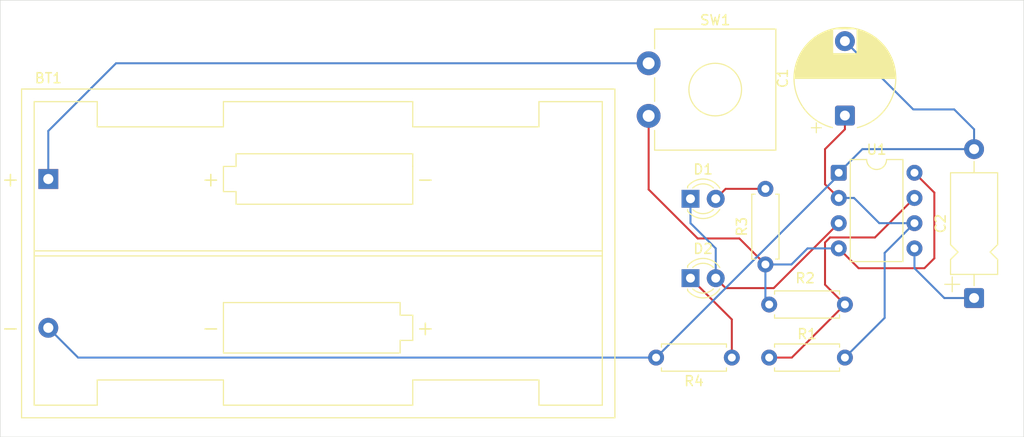
<source format=kicad_pcb>
(kicad_pcb (version 20241229) (generator "pcbnew") (generator_version "9.0")
  (layers (0 "F.Cu" signal) (2 "B.Cu" signal) (13 "F.Paste" user) (15 "B.Paste" user) (5 "F.SilkS" user "F.Silkscreen") (7 "B.SilkS" user "B.Silkscreen") (1 "F.Mask" user) (3 "B.Mask" user) (25 "Edge.Cuts" user))
  (net 0 "")
  (net 1 "GND")
  (net 2 "+9V")
  (net 3 "Net-(U1-THR)")
  (net 4 "Net-(U1-CV)")
  (net 5 "Net-(D1-K)")
  (net 6 "Net-(D1-A)")
  (net 7 "Net-(D2-K)")
  (net 8 "Net-(U1-DIS)")
  (net 9 "Net-(SW1-B)")
  (footprint "Capacitor_THT:CP_Axial_L10.0mm_D4.5mm_P15.00mm_Horizontal" (layer "F.Cu") (at 138 82 90)
    (property "Reference" "C2" (at 7.5 -3.37 90) (layer "F.SilkS"))
    (property "Value" "0.001uF")
    (fp_line (start 1.38 -2.95) (end 1.38 -1.45) (stroke (width 0.12)) (layer "F.SilkS"))
    (fp_line (start 12.62 -2.37) (end 12.62 2.37) (stroke (width 0.12)) (layer "F.SilkS"))
    (fp_line (start 5.38 -2.37) (end 12.62 -2.37) (stroke (width 0.12)) (layer "F.SilkS"))
    (fp_line (start 3.88 -2.37) (end 4.63 -1.62) (stroke (width 0.12)) (layer "F.SilkS"))
    (fp_line (start 2.38 -2.37) (end 3.88 -2.37) (stroke (width 0.12)) (layer "F.SilkS"))
    (fp_line (start 2.38 -2.37) (end 2.38 2.37) (stroke (width 0.12)) (layer "F.SilkS"))
    (fp_line (start 0.63 -2.2) (end 2.13 -2.2) (stroke (width 0.12)) (layer "F.SilkS"))
    (fp_line (start 4.63 -1.62) (end 5.38 -2.37) (stroke (width 0.12)) (layer "F.SilkS"))
    (fp_line (start 13.76 0) (end 12.62 0) (stroke (width 0.12)) (layer "F.SilkS"))
    (fp_line (start 1.24 0) (end 2.38 0) (stroke (width 0.12)) (layer "F.SilkS"))
    (fp_line (start 4.63 1.62) (end 5.38 2.37) (stroke (width 0.12)) (layer "F.SilkS"))
    (fp_line (start 5.38 2.37) (end 12.62 2.37) (stroke (width 0.12)) (layer "F.SilkS"))
    (fp_line (start 3.88 2.37) (end 4.63 1.62) (stroke (width 0.12)) (layer "F.SilkS"))
    (fp_line (start 2.38 2.37) (end 3.88 2.37) (stroke (width 0.12)) (layer "F.SilkS"))
    (pad "1" thru_hole roundrect (at 0 0 90) (size 2 2) (drill 1) (layers "*.Cu" "*.Mask") (roundrect_rratio 0.125) (net 4 "Net-(U1-CV)"))
    (pad "2" thru_hole circle (at 15 0 90) (size 2 2) (drill 1) (layers "*.Cu" "*.Mask") (net 1 "GND"))
  )
  (footprint "Button_Switch_THT:SW_CW_GPTS203211B" (layer "F.Cu") (at 105.25 58.35)
    (property "Reference" "SW1" (at 6.7 -4.35 0) (layer "F.SilkS"))
    (property "Value" "Push Button Switch" (hide yes))
    (fp_line (start 0.6 -3.45) (end 12.8 -3.45) (stroke (width 0.12)) (layer "F.SilkS"))
    (fp_line (start 0.6 -1.46) (end 0.6 -3.45) (stroke (width 0.12)) (layer "F.SilkS"))
    (fp_line (start 0.6 1.46) (end 0.6 3.84) (stroke (width 0.12)) (layer "F.SilkS"))
    (fp_line (start 0.6 8.75) (end 0.6 6.76) (stroke (width 0.12)) (layer "F.SilkS"))
    (fp_line (start 12.8 -3.45) (end 12.8 8.75) (stroke (width 0.12)) (layer "F.SilkS"))
    (fp_line (start 12.8 8.75) (end 0.6 8.75) (stroke (width 0.12)) (layer "F.SilkS"))
    (fp_circle (center 6.7 2.65) (end 9.35 2.65) (stroke (width 0.12)) (fill no) (layer "F.SilkS"))
    (pad "1" thru_hole circle (at 0 0) (size 2.4 2.4) (drill 1.2) (layers "*.Cu" "*.Mask") (net 2 "+9V"))
    (pad "2" thru_hole circle (at 0 5.3) (size 2.4 2.4) (drill 1.2) (layers "*.Cu" "*.Mask") (net 9 "Net-(SW1-B)"))
  )
  (footprint "Package_DIP:DIP-8_W7.62mm" (layer "F.Cu") (at 124.38 69.38)
    (property "Reference" "U1" (at 3.81 -2.33 0) (layer "F.SilkS"))
    (property "Value" "NE555P")
    (fp_line (start 1.16 -1.33) (end 1.16 8.95) (stroke (width 0.12)) (layer "F.SilkS"))
    (fp_line (start 1.16 8.95) (end 6.46 8.95) (stroke (width 0.12)) (layer "F.SilkS"))
    (fp_line (start 2.81 -1.33) (end 1.16 -1.33) (stroke (width 0.12)) (layer "F.SilkS"))
    (fp_line (start 6.46 -1.33) (end 4.81 -1.33) (stroke (width 0.12)) (layer "F.SilkS"))
    (fp_line (start 6.46 8.95) (end 6.46 -1.33) (stroke (width 0.12)) (layer "F.SilkS"))
    (fp_arc (start 4.81 -1.33) (mid 3.81 -0.33) (end 2.81 -1.33) (stroke (width 0.12)) (layer "F.SilkS"))
    (pad "1" thru_hole roundrect (at 0 0) (size 1.6 1.6) (drill 0.8) (layers "*.Cu" "*.Mask") (roundrect_rratio 0.15625) (net 1 "GND"))
    (pad "2" thru_hole circle (at 0 2.54) (size 1.6 1.6) (drill 0.8) (layers "*.Cu" "*.Mask") (net 3 "Net-(U1-THR)"))
    (pad "3" thru_hole circle (at 0 5.08) (size 1.6 1.6) (drill 0.8) (layers "*.Cu" "*.Mask") (net 5 "Net-(D1-K)"))
    (pad "4" thru_hole circle (at 0 7.62) (size 1.6 1.6) (drill 0.8) (layers "*.Cu" "*.Mask") (net 9 "Net-(SW1-B)"))
    (pad "5" thru_hole circle (at 7.62 7.62) (size 1.6 1.6) (drill 0.8) (layers "*.Cu" "*.Mask") (net 4 "Net-(U1-CV)"))
    (pad "6" thru_hole circle (at 7.62 5.08) (size 1.6 1.6) (drill 0.8) (layers "*.Cu" "*.Mask") (net 3 "Net-(U1-THR)"))
    (pad "7" thru_hole circle (at 7.62 2.54) (size 1.6 1.6) (drill 0.8) (layers "*.Cu" "*.Mask") (net 8 "Net-(U1-DIS)"))
    (pad "8" thru_hole circle (at 7.62 0) (size 1.6 1.6) (drill 0.8) (layers "*.Cu" "*.Mask") (net 9 "Net-(SW1-B)"))
  )
  (footprint "LED_THT:LED_D3.0mm" (layer "F.Cu") (at 109.46 80)
    (property "Reference" "D2" (at 1.27 -2.96 0) (layer "F.SilkS"))
    (property "Value" "LED")
    (fp_line (start -0.29 -1.236) (end -0.29 -1.08) (stroke (width 0.12)) (layer "F.SilkS"))
    (fp_line (start -0.29 1.08) (end -0.29 1.236) (stroke (width 0.12)) (layer "F.SilkS"))
    (fp_arc (start -0.29 -1.235516) (mid 1.36566 -1.987699) (end 2.941437 -1.08) (stroke (width 0.12)) (layer "F.SilkS"))
    (fp_arc (start 0.229039 -1.08) (mid 1.27 -1.5) (end 2.310961 -1.08) (stroke (width 0.12)) (layer "F.SilkS"))
    (fp_arc (start 2.310961 1.08) (mid 1.27 1.5) (end 0.229039 1.08) (stroke (width 0.12)) (layer "F.SilkS"))
    (fp_arc (start 2.941437 1.08) (mid 1.36566 1.987699) (end -0.29 1.235516) (stroke (width 0.12)) (layer "F.SilkS"))
    (pad "1" thru_hole rect (at 0 0) (size 1.8 1.8) (drill 0.9) (layers "*.Cu" "*.Mask") (net 7 "Net-(D2-K)"))
    (pad "2" thru_hole circle (at 2.54 0) (size 1.8 1.8) (drill 0.9) (layers "*.Cu" "*.Mask") (net 5 "Net-(D1-K)"))
  )
  (footprint "Capacitor_THT:CP_Radial_D10.0mm_P7.50mm" (layer "F.Cu") (at 125 63.617677 90)
    (property "Reference" "C1" (at 3.75 -6.25 90) (layer "F.SilkS"))
    (property "Value" "10uF")
    (fp_line (start 3.79 -5.08) (end 3.79 5.08) (stroke (width 0.12)) (layer "F.SilkS"))
    (fp_line (start 3.75 -5.08) (end 3.75 5.08) (stroke (width 0.12)) (layer "F.SilkS"))
    (fp_line (start 3.87 -5.079) (end 3.87 5.079) (stroke (width 0.12)) (layer "F.SilkS"))
    (fp_line (start 3.83 -5.079) (end 3.83 5.079) (stroke (width 0.12)) (layer "F.SilkS"))
    (fp_line (start 3.91 -5.077) (end 3.91 5.077) (stroke (width 0.12)) (layer "F.SilkS"))
    (fp_line (start 3.95 -5.076) (end 3.95 5.076) (stroke (width 0.12)) (layer "F.SilkS"))
    (fp_line (start 3.99 -5.074) (end 3.99 5.074) (stroke (width 0.12)) (layer "F.SilkS"))
    (fp_line (start 4.03 -5.072) (end 4.03 5.072) (stroke (width 0.12)) (layer "F.SilkS"))
    (fp_line (start 4.07 -5.07) (end 4.07 5.07) (stroke (width 0.12)) (layer "F.SilkS"))
    (fp_line (start 4.11 -5.067) (end 4.11 5.067) (stroke (width 0.12)) (layer "F.SilkS"))
    (fp_line (start 4.15 -5.064) (end 4.15 5.064) (stroke (width 0.12)) (layer "F.SilkS"))
    (fp_line (start 4.19 -5.061) (end 4.19 5.061) (stroke (width 0.12)) (layer "F.SilkS"))
    (fp_line (start 4.23 -5.057) (end 4.23 5.057) (stroke (width 0.12)) (layer "F.SilkS"))
    (fp_line (start 4.27 -5.054) (end 4.27 5.054) (stroke (width 0.12)) (layer "F.SilkS"))
    (fp_line (start 4.31 -5.049) (end 4.31 5.049) (stroke (width 0.12)) (layer "F.SilkS"))
    (fp_line (start 4.35 -5.045) (end 4.35 5.045) (stroke (width 0.12)) (layer "F.SilkS"))
    (fp_line (start 4.39 -5.04) (end 4.39 5.04) (stroke (width 0.12)) (layer "F.SilkS"))
    (fp_line (start 4.43 -5.035) (end 4.43 5.035) (stroke (width 0.12)) (layer "F.SilkS"))
    (fp_line (start 4.47 -5.029) (end 4.47 5.029) (stroke (width 0.12)) (layer "F.SilkS"))
    (fp_line (start 4.51 -5.023) (end 4.51 5.023) (stroke (width 0.12)) (layer "F.SilkS"))
    (fp_line (start 4.55 -5.017) (end 4.55 5.017) (stroke (width 0.12)) (layer "F.SilkS"))
    (fp_line (start 4.59 -5.011) (end 4.59 5.011) (stroke (width 0.12)) (layer "F.SilkS"))
    (fp_line (start 4.63 -5.004) (end 4.63 5.004) (stroke (width 0.12)) (layer "F.SilkS"))
    (fp_line (start 4.67 -4.997) (end 4.67 4.997) (stroke (width 0.12)) (layer "F.SilkS"))
    (fp_line (start 4.71 -4.989) (end 4.71 4.989) (stroke (width 0.12)) (layer "F.SilkS"))
    (fp_line (start 4.75 -4.981) (end 4.75 4.981) (stroke (width 0.12)) (layer "F.SilkS"))
    (fp_line (start 4.79 -4.973) (end 4.79 4.973) (stroke (width 0.12)) (layer "F.SilkS"))
    (fp_line (start 4.83 -4.965) (end 4.83 4.965) (stroke (width 0.12)) (layer "F.SilkS"))
    (fp_line (start 4.87 -4.956) (end 4.87 4.956) (stroke (width 0.12)) (layer "F.SilkS"))
    (fp_line (start 4.91 -4.947) (end 4.91 4.947) (stroke (width 0.12)) (layer "F.SilkS"))
    (fp_line (start 4.95 -4.937) (end 4.95 4.937) (stroke (width 0.12)) (layer "F.SilkS"))
    (fp_line (start 4.99 -4.928) (end 4.99 4.928) (stroke (width 0.12)) (layer "F.SilkS"))
    (fp_line (start 5.03 -4.917) (end 5.03 4.917) (stroke (width 0.12)) (layer "F.SilkS"))
    (fp_line (start 5.07 -4.907) (end 5.07 4.907) (stroke (width 0.12)) (layer "F.SilkS"))
    (fp_line (start 5.11 -4.896) (end 5.11 4.896) (stroke (width 0.12)) (layer "F.SilkS"))
    (fp_line (start 5.15 -4.885) (end 5.15 4.885) (stroke (width 0.12)) (layer "F.SilkS"))
    (fp_line (start 5.19 -4.873) (end 5.19 4.873) (stroke (width 0.12)) (layer "F.SilkS"))
    (fp_line (start 5.23 -4.861) (end 5.23 4.861) (stroke (width 0.12)) (layer "F.SilkS"))
    (fp_line (start 5.27 -4.849) (end 5.27 4.849) (stroke (width 0.12)) (layer "F.SilkS"))
    (fp_line (start 5.31 -4.837) (end 5.31 4.837) (stroke (width 0.12)) (layer "F.SilkS"))
    (fp_line (start 5.35 -4.824) (end 5.35 4.824) (stroke (width 0.12)) (layer "F.SilkS"))
    (fp_line (start 5.39 -4.81) (end 5.39 4.81) (stroke (width 0.12)) (layer "F.SilkS"))
    (fp_line (start 5.43 -4.797) (end 5.43 4.797) (stroke (width 0.12)) (layer "F.SilkS"))
    (fp_line (start 5.47 -4.782) (end 5.47 4.782) (stroke (width 0.12)) (layer "F.SilkS"))
    (fp_line (start 5.51 -4.768) (end 5.51 4.768) (stroke (width 0.12)) (layer "F.SilkS"))
    (fp_line (start 5.55 -4.753) (end 5.55 4.753) (stroke (width 0.12)) (layer "F.SilkS"))
    (fp_line (start 5.59 -4.738) (end 5.59 4.738) (stroke (width 0.12)) (layer "F.SilkS"))
    (fp_line (start 5.63 -4.722) (end 5.63 4.722) (stroke (width 0.12)) (layer "F.SilkS"))
    (fp_line (start 5.67 -4.706) (end 5.67 4.706) (stroke (width 0.12)) (layer "F.SilkS"))
    (fp_line (start 5.71 -4.69) (end 5.71 4.69) (stroke (width 0.12)) (layer "F.SilkS"))
    (fp_line (start 5.75 -4.673) (end 5.75 4.673) (stroke (width 0.12)) (layer "F.SilkS"))
    (fp_line (start 5.79 -4.656) (end 5.79 4.656) (stroke (width 0.12)) (layer "F.SilkS"))
    (fp_line (start 5.83 -4.638) (end 5.83 4.638) (stroke (width 0.12)) (layer "F.SilkS"))
    (fp_line (start 5.87 -4.62) (end 5.87 4.62) (stroke (width 0.12)) (layer "F.SilkS"))
    (fp_line (start 5.91 -4.602) (end 5.91 4.602) (stroke (width 0.12)) (layer "F.SilkS"))
    (fp_line (start 5.95 -4.583) (end 5.95 4.583) (stroke (width 0.12)) (layer "F.SilkS"))
    (fp_line (start 5.99 -4.564) (end 5.99 4.564) (stroke (width 0.12)) (layer "F.SilkS"))
    (fp_line (start 6.03 -4.544) (end 6.03 4.544) (stroke (width 0.12)) (layer "F.SilkS"))
    (fp_line (start 6.07 -4.524) (end 6.07 4.524) (stroke (width 0.12)) (layer "F.SilkS"))
    (fp_line (start 6.11 -4.504) (end 6.11 4.504) (stroke (width 0.12)) (layer "F.SilkS"))
    (fp_line (start 6.15 -4.483) (end 6.15 4.483) (stroke (width 0.12)) (layer "F.SilkS"))
    (fp_line (start 6.19 -4.461) (end 6.19 4.461) (stroke (width 0.12)) (layer "F.SilkS"))
    (fp_line (start 6.23 -4.439) (end 6.23 4.439) (stroke (width 0.12)) (layer "F.SilkS"))
    (fp_line (start 6.27 -4.417) (end 6.27 -1.24) (stroke (width 0.12)) (layer "F.SilkS"))
    (fp_line (start 6.31 -4.394) (end 6.31 -1.24) (stroke (width 0.12)) (layer "F.SilkS"))
    (fp_line (start 6.35 -4.371) (end 6.35 -1.24) (stroke (width 0.12)) (layer "F.SilkS"))
    (fp_line (start 6.39 -4.347) (end 6.39 -1.24) (stroke (width 0.12)) (layer "F.SilkS"))
    (fp_line (start 6.43 -4.323) (end 6.43 -1.24) (stroke (width 0.12)) (layer "F.SilkS"))
    (fp_line (start 6.47 -4.298) (end 6.47 -1.24) (stroke (width 0.12)) (layer "F.SilkS"))
    (fp_line (start 6.51 -4.272) (end 6.51 -1.24) (stroke (width 0.12)) (layer "F.SilkS"))
    (fp_line (start 6.55 -4.247) (end 6.55 -1.24) (stroke (width 0.12)) (layer "F.SilkS"))
    (fp_line (start 6.59 -4.22) (end 6.59 -1.24) (stroke (width 0.12)) (layer "F.SilkS"))
    (fp_line (start 6.63 -4.193) (end 6.63 -1.24) (stroke (width 0.12)) (layer "F.SilkS"))
    (fp_line (start 6.67 -4.166) (end 6.67 -1.24) (stroke (width 0.12)) (layer "F.SilkS"))
    (fp_line (start 6.71 -4.138) (end 6.71 -1.24) (stroke (width 0.12)) (layer "F.SilkS"))
    (fp_line (start 6.75 -4.109) (end 6.75 -1.24) (stroke (width 0.12)) (layer "F.SilkS"))
    (fp_line (start 6.79 -4.08) (end 6.79 -1.24) (stroke (width 0.12)) (layer "F.SilkS"))
    (fp_line (start 6.83 -4.05) (end 6.83 -1.24) (stroke (width 0.12)) (layer "F.SilkS"))
    (fp_line (start 6.87 -4.02) (end 6.87 -1.24) (stroke (width 0.12)) (layer "F.SilkS"))
    (fp_line (start 6.91 -3.988) (end 6.91 -1.24) (stroke (width 0.12)) (layer "F.SilkS"))
    (fp_line (start 6.95 -3.957) (end 6.95 -1.24) (stroke (width 0.12)) (layer "F.SilkS"))
    (fp_line (start 6.99 -3.924) (end 6.99 -1.24) (stroke (width 0.12)) (layer "F.SilkS"))
    (fp_line (start 7.03 -3.891) (end 7.03 -1.24) (stroke (width 0.12)) (layer "F.SilkS"))
    (fp_line (start 7.07 -3.858) (end 7.07 -1.24) (stroke (width 0.12)) (layer "F.SilkS"))
    (fp_line (start 7.11 -3.823) (end 7.11 -1.24) (stroke (width 0.12)) (layer "F.SilkS"))
    (fp_line (start 7.15 -3.788) (end 7.15 -1.24) (stroke (width 0.12)) (layer "F.SilkS"))
    (fp_line (start 7.19 -3.752) (end 7.19 -1.24) (stroke (width 0.12)) (layer "F.SilkS"))
    (fp_line (start 7.23 -3.716) (end 7.23 -1.24) (stroke (width 0.12)) (layer "F.SilkS"))
    (fp_line (start 7.27 -3.678) (end 7.27 -1.24) (stroke (width 0.12)) (layer "F.SilkS"))
    (fp_line (start 7.31 -3.64) (end 7.31 -1.24) (stroke (width 0.12)) (layer "F.SilkS"))
    (fp_line (start 7.35 -3.601) (end 7.35 -1.24) (stroke (width 0.12)) (layer "F.SilkS"))
    (fp_line (start 7.39 -3.561) (end 7.39 -1.24) (stroke (width 0.12)) (layer "F.SilkS"))
    (fp_line (start 7.43 -3.52) (end 7.43 -1.24) (stroke (width 0.12)) (layer "F.SilkS"))
    (fp_line (start 7.47 -3.478) (end 7.47 -1.24) (stroke (width 0.12)) (layer "F.SilkS"))
    (fp_line (start 7.51 -3.435) (end 7.51 -1.24) (stroke (width 0.12)) (layer "F.SilkS"))
    (fp_line (start 7.55 -3.391) (end 7.55 -1.24) (stroke (width 0.12)) (layer "F.SilkS"))
    (fp_line (start -1.229646 -3.375) (end -1.229646 -2.375) (stroke (width 0.12)) (layer "F.SilkS"))
    (fp_line (start 7.59 -3.347) (end 7.59 -1.24) (stroke (width 0.12)) (layer "F.SilkS"))
    (fp_line (start 7.63 -3.301) (end 7.63 -1.24) (stroke (width 0.12)) (layer "F.SilkS"))
    (fp_line (start 7.67 -3.254) (end 7.67 -1.24) (stroke (width 0.12)) (layer "F.SilkS"))
    (fp_line (start 7.71 -3.205) (end 7.71 -1.24) (stroke (width 0.12)) (layer "F.SilkS"))
    (fp_line (start 7.75 -3.156) (end 7.75 -1.24) (stroke (width 0.12)) (layer "F.SilkS"))
    (fp_line (start 7.79 -3.105) (end 7.79 -1.24) (stroke (width 0.12)) (layer "F.SilkS"))
    (fp_line (start 7.83 -3.053) (end 7.83 -1.24) (stroke (width 0.12)) (layer "F.SilkS"))
    (fp_line (start 7.87 -3) (end 7.87 -1.24) (stroke (width 0.12)) (layer "F.SilkS"))
    (fp_line (start 7.91 -2.945) (end 7.91 -1.24) (stroke (width 0.12)) (layer "F.SilkS"))
    (fp_line (start 7.95 -2.888) (end 7.95 -1.24) (stroke (width 0.12)) (layer "F.SilkS"))
    (fp_line (start -1.729646 -2.875) (end -0.729646 -2.875) (stroke (width 0.12)) (layer "F.SilkS"))
    (fp_line (start 7.99 -2.83) (end 7.99 -1.24) (stroke (width 0.12)) (layer "F.SilkS"))
    (fp_line (start 8.03 -2.77) (end 8.03 -1.24) (stroke (width 0.12)) (layer "F.SilkS"))
    (fp_line (start 8.07 -2.708) (end 8.07 -1.24) (stroke (width 0.12)) (layer "F.SilkS"))
    (fp_line (start 8.11 -2.644) (end 8.11 -1.24) (stroke (width 0.12)) (layer "F.SilkS"))
    (fp_line (start 8.15 -2.578) (end 8.15 -1.24) (stroke (width 0.12)) (layer "F.SilkS"))
    (fp_line (start 8.19 -2.51) (end 8.19 -1.24) (stroke (width 0.12)) (layer "F.SilkS"))
    (fp_line (start 8.23 -2.439) (end 8.23 -1.24) (stroke (width 0.12)) (layer "F.SilkS"))
    (fp_line (start 8.27 -2.365) (end 8.27 -1.24) (stroke (width 0.12)) (layer "F.SilkS"))
    (fp_line (start 8.31 -2.288) (end 8.31 -1.24) (stroke (width 0.12)) (layer "F.SilkS"))
    (fp_line (start 8.35 -2.208) (end 8.35 -1.24) (stroke (width 0.12)) (layer "F.SilkS"))
    (fp_line (start 8.39 -2.124) (end 8.39 -1.24) (stroke (width 0.12)) (layer "F.SilkS"))
    (fp_line (start 8.43 -2.037) (end 8.43 -1.24) (stroke (width 0.12)) (layer "F.SilkS"))
    (fp_line (start 8.47 -1.944) (end 8.47 -1.24) (stroke (width 0.12)) (layer "F.SilkS"))
    (fp_line (start 8.51 -1.846) (end 8.51 -1.24) (stroke (width 0.12)) (layer "F.SilkS"))
    (fp_line (start 8.55 -1.742) (end 8.55 -1.24) (stroke (width 0.12)) (layer "F.SilkS"))
    (fp_line (start 8.59 -1.63) (end 8.59 -1.24) (stroke (width 0.12)) (layer "F.SilkS"))
    (fp_line (start 8.63 -1.509) (end 8.63 -1.24) (stroke (width 0.12)) (layer "F.SilkS"))
    (fp_line (start 8.67 -1.377) (end 8.67 -1.24) (stroke (width 0.12)) (layer "F.SilkS"))
    (fp_line (start 8.75 -1.062) (end 8.75 1.062) (stroke (width 0.12)) (layer "F.SilkS"))
    (fp_line (start 8.79 -0.862) (end 8.79 0.862) (stroke (width 0.12)) (layer "F.SilkS"))
    (fp_line (start 8.83 -0.599) (end 8.83 0.599) (stroke (width 0.12)) (layer "F.SilkS"))
    (fp_line (start 8.67 1.24) (end 8.67 1.377) (stroke (width 0.12)) (layer "F.SilkS"))
    (fp_line (start 8.63 1.24) (end 8.63 1.509) (stroke (width 0.12)) (layer "F.SilkS"))
    (fp_line (start 8.59 1.24) (end 8.59 1.63) (stroke (width 0.12)) (layer "F.SilkS"))
    (fp_line (start 8.55 1.24) (end 8.55 1.742) (stroke (width 0.12)) (layer "F.SilkS"))
    (fp_line (start 8.51 1.24) (end 8.51 1.846) (stroke (width 0.12)) (layer "F.SilkS"))
    (fp_line (start 8.47 1.24) (end 8.47 1.944) (stroke (width 0.12)) (layer "F.SilkS"))
    (fp_line (start 8.43 1.24) (end 8.43 2.037) (stroke (width 0.12)) (layer "F.SilkS"))
    (fp_line (start 8.39 1.24) (end 8.39 2.124) (stroke (width 0.12)) (layer "F.SilkS"))
    (fp_line (start 8.35 1.24) (end 8.35 2.208) (stroke (width 0.12)) (layer "F.SilkS"))
    (fp_line (start 8.31 1.24) (end 8.31 2.288) (stroke (width 0.12)) (layer "F.SilkS"))
    (fp_line (start 8.27 1.24) (end 8.27 2.365) (stroke (width 0.12)) (layer "F.SilkS"))
    (fp_line (start 8.23 1.24) (end 8.23 2.439) (stroke (width 0.12)) (layer "F.SilkS"))
    (fp_line (start 8.19 1.24) (end 8.19 2.51) (stroke (width 0.12)) (layer "F.SilkS"))
    (fp_line (start 8.15 1.24) (end 8.15 2.578) (stroke (width 0.12)) (layer "F.SilkS"))
    (fp_line (start 8.11 1.24) (end 8.11 2.644) (stroke (width 0.12)) (layer "F.SilkS"))
    (fp_line (start 8.07 1.24) (end 8.07 2.708) (stroke (width 0.12)) (layer "F.SilkS"))
    (fp_line (start 8.03 1.24) (end 8.03 2.77) (stroke (width 0.12)) (layer "F.SilkS"))
    (fp_line (start 7.99 1.24) (end 7.99 2.83) (stroke (width 0.12)) (layer "F.SilkS"))
    (fp_line (start 7.95 1.24) (end 7.95 2.888) (stroke (width 0.12)) (layer "F.SilkS"))
    (fp_line (start 7.91 1.24) (end 7.91 2.945) (stroke (width 0.12)) (layer "F.SilkS"))
    (fp_line (start 7.87 1.24) (end 7.87 3) (stroke (width 0.12)) (layer "F.SilkS"))
    (fp_line (start 7.83 1.24) (end 7.83 3.053) (stroke (width 0.12)) (layer "F.SilkS"))
    (fp_line (start 7.79 1.24) (end 7.79 3.105) (stroke (width 0.12)) (layer "F.SilkS"))
    (fp_line (start 7.75 1.24) (end 7.75 3.156) (stroke (width 0.12)) (layer "F.SilkS"))
    (fp_line (start 7.71 1.24) (end 7.71 3.205) (stroke (width 0.12)) (layer "F.SilkS"))
    (fp_line (start 7.67 1.24) (end 7.67 3.254) (stroke (width 0.12)) (layer "F.SilkS"))
    (fp_line (start 7.63 1.24) (end 7.63 3.301) (stroke (width 0.12)) (layer "F.SilkS"))
    (fp_line (start 7.59 1.24) (end 7.59 3.347) (stroke (width 0.12)) (layer "F.SilkS"))
    (fp_line (start 7.55 1.24) (end 7.55 3.391) (stroke (width 0.12)) (layer "F.SilkS"))
    (fp_line (start 7.51 1.24) (end 7.51 3.435) (stroke (width 0.12)) (layer "F.SilkS"))
    (fp_line (start 7.47 1.24) (end 7.47 3.478) (stroke (width 0.12)) (layer "F.SilkS"))
    (fp_line (start 7.43 1.24) (end 7.43 3.52) (stroke (width 0.12)) (layer "F.SilkS"))
    (fp_line (start 7.39 1.24) (end 7.39 3.561) (stroke (width 0.12)) (layer "F.SilkS"))
    (fp_line (start 7.35 1.24) (end 7.35 3.601) (stroke (width 0.12)) (layer "F.SilkS"))
    (fp_line (start 7.31 1.24) (end 7.31 3.64) (stroke (width 0.12)) (layer "F.SilkS"))
    (fp_line (start 7.27 1.24) (end 7.27 3.678) (stroke (width 0.12)) (layer "F.SilkS"))
    (fp_line (start 7.23 1.24) (end 7.23 3.716) (stroke (width 0.12)) (layer "F.SilkS"))
    (fp_line (start 7.19 1.24) (end 7.19 3.752) (stroke (width 0.12)) (layer "F.SilkS"))
    (fp_line (start 7.15 1.24) (end 7.15 3.788) (stroke (width 0.12)) (layer "F.SilkS"))
    (fp_line (start 7.11 1.24) (end 7.11 3.823) (stroke (width 0.12)) (layer "F.SilkS"))
    (fp_line (start 7.07 1.24) (end 7.07 3.858) (stroke (width 0.12)) (layer "F.SilkS"))
    (fp_line (start 7.03 1.24) (end 7.03 3.891) (stroke (width 0.12)) (layer "F.SilkS"))
    (fp_line (start 6.99 1.24) (end 6.99 3.924) (stroke (width 0.12)) (layer "F.SilkS"))
    (fp_line (start 6.95 1.24) (end 6.95 3.957) (stroke (width 0.12)) (layer "F.SilkS"))
    (fp_line (start 6.91 1.24) (end 6.91 3.988) (stroke (width 0.12)) (layer "F.SilkS"))
    (fp_line (start 6.87 1.24) (end 6.87 4.02) (stroke (width 0.12)) (layer "F.SilkS"))
    (fp_line (start 6.83 1.24) (end 6.83 4.05) (stroke (width 0.12)) (layer "F.SilkS"))
    (fp_line (start 6.79 1.24) (end 6.79 4.08) (stroke (width 0.12)) (layer "F.SilkS"))
    (fp_line (start 6.75 1.24) (end 6.75 4.109) (stroke (width 0.12)) (layer "F.SilkS"))
    (fp_line (start 6.71 1.24) (end 6.71 4.138) (stroke (width 0.12)) (layer "F.SilkS"))
    (fp_line (start 6.67 1.24) (end 6.67 4.166) (stroke (width 0.12)) (layer "F.SilkS"))
    (fp_line (start 6.63 1.24) (end 6.63 4.193) (stroke (width 0.12)) (layer "F.SilkS"))
    (fp_line (start 6.59 1.24) (end 6.59 4.22) (stroke (width 0.12)) (layer "F.SilkS"))
    (fp_line (start 6.55 1.24) (end 6.55 4.247) (stroke (width 0.12)) (layer "F.SilkS"))
    (fp_line (start 6.51 1.24) (end 6.51 4.272) (stroke (width 0.12)) (layer "F.SilkS"))
    (fp_line (start 6.47 1.24) (end 6.47 4.298) (stroke (width 0.12)) (layer "F.SilkS"))
    (fp_line (start 6.43 1.24) (end 6.43 4.323) (stroke (width 0.12)) (layer "F.SilkS"))
    (fp_line (start 6.39 1.24) (end 6.39 4.347) (stroke (width 0.12)) (layer "F.SilkS"))
    (fp_line (start 6.35 1.24) (end 6.35 4.371) (stroke (width 0.12)) (layer "F.SilkS"))
    (fp_line (start 6.31 1.24) (end 6.31 4.394) (stroke (width 0.12)) (layer "F.SilkS"))
    (fp_line (start 6.27 1.24) (end 6.27 4.417) (stroke (width 0.12)) (layer "F.SilkS"))
    (fp_arc (start -1.21254 -1.26) (mid 8.87 0) (end -1.21254 1.26) (stroke (width 0.12)) (layer "F.SilkS"))
    (pad "1" thru_hole roundrect (at 0 0 90) (size 2 2) (drill 1) (layers "*.Cu" "*.Mask") (roundrect_rratio 0.125) (net 3 "Net-(U1-THR)"))
    (pad "2" thru_hole circle (at 7.5 0 90) (size 2 2) (drill 1) (layers "*.Cu" "*.Mask") (net 1 "GND"))
  )
  (footprint "Resistor_THT:R_Axial_DIN0207_L6.3mm_D2.5mm_P7.62mm_Horizontal" (layer "F.Cu") (at 117.38 88)
    (property "Reference" "R1" (at 3.81 -2.37 0) (layer "F.SilkS"))
    (property "Value" "150k" (hide yes))
    (fp_line (start 0.54 -1.37) (end 7.08 -1.37) (stroke (width 0.12)) (layer "F.SilkS"))
    (fp_line (start 0.54 -1.04) (end 0.54 -1.37) (stroke (width 0.12)) (layer "F.SilkS"))
    (fp_line (start 0.54 1.04) (end 0.54 1.37) (stroke (width 0.12)) (layer "F.SilkS"))
    (fp_line (start 0.54 1.37) (end 7.08 1.37) (stroke (width 0.12)) (layer "F.SilkS"))
    (fp_line (start 7.08 -1.37) (end 7.08 -1.04) (stroke (width 0.12)) (layer "F.SilkS"))
    (fp_line (start 7.08 1.37) (end 7.08 1.04) (stroke (width 0.12)) (layer "F.SilkS"))
    (pad "1" thru_hole circle (at 0 0) (size 1.6 1.6) (drill 0.8) (layers "*.Cu" "*.Mask") (net 8 "Net-(U1-DIS)"))
    (pad "2" thru_hole circle (at 7.62 0) (size 1.6 1.6) (drill 0.8) (layers "*.Cu" "*.Mask") (net 3 "Net-(U1-THR)"))
  )
  (footprint "Resistor_THT:R_Axial_DIN0207_L6.3mm_D2.5mm_P7.62mm_Horizontal" (layer "F.Cu") (at 113.62 88 180)
    (property "Reference" "R4" (at 3.81 -2.37 0) (layer "F.SilkS"))
    (property "Value" "390 Ohm")
    (fp_line (start 7.08 1.37) (end 7.08 1.04) (stroke (width 0.12)) (layer "F.SilkS"))
    (fp_line (start 7.08 -1.37) (end 7.08 -1.04) (stroke (width 0.12)) (layer "F.SilkS"))
    (fp_line (start 0.54 1.37) (end 7.08 1.37) (stroke (width 0.12)) (layer "F.SilkS"))
    (fp_line (start 0.54 1.04) (end 0.54 1.37) (stroke (width 0.12)) (layer "F.SilkS"))
    (fp_line (start 0.54 -1.04) (end 0.54 -1.37) (stroke (width 0.12)) (layer "F.SilkS"))
    (fp_line (start 0.54 -1.37) (end 7.08 -1.37) (stroke (width 0.12)) (layer "F.SilkS"))
    (pad "1" thru_hole circle (at 0 0 180) (size 1.6 1.6) (drill 0.8) (layers "*.Cu" "*.Mask") (net 7 "Net-(D2-K)"))
    (pad "2" thru_hole circle (at 7.62 0 180) (size 1.6 1.6) (drill 0.8) (layers "*.Cu" "*.Mask") (net 1 "GND"))
  )
  (footprint "Resistor_THT:R_Axial_DIN0207_L6.3mm_D2.5mm_P7.62mm_Horizontal" (layer "F.Cu") (at 117.38 82.653986)
    (property "Reference" "R2" (at 3.62 -2.653986 0) (layer "F.SilkS"))
    (property "Value" "1K" (hide yes))
    (fp_line (start 0.54 -1.37) (end 7.08 -1.37) (stroke (width 0.12)) (layer "F.SilkS"))
    (fp_line (start 0.54 -1.04) (end 0.54 -1.37) (stroke (width 0.12)) (layer "F.SilkS"))
    (fp_line (start 0.54 1.04) (end 0.54 1.37) (stroke (width 0.12)) (layer "F.SilkS"))
    (fp_line (start 0.54 1.37) (end 7.08 1.37) (stroke (width 0.12)) (layer "F.SilkS"))
    (fp_line (start 7.08 -1.37) (end 7.08 -1.04) (stroke (width 0.12)) (layer "F.SilkS"))
    (fp_line (start 7.08 1.37) (end 7.08 1.04) (stroke (width 0.12)) (layer "F.SilkS"))
    (pad "1" thru_hole circle (at 0 0) (size 1.6 1.6) (drill 0.8) (layers "*.Cu" "*.Mask") (net 9 "Net-(SW1-B)"))
    (pad "2" thru_hole circle (at 7.62 0) (size 1.6 1.6) (drill 0.8) (layers "*.Cu" "*.Mask") (net 8 "Net-(U1-DIS)"))
  )
  (footprint "Resistor_THT:R_Axial_DIN0207_L6.3mm_D2.5mm_P7.62mm_Horizontal" (layer "F.Cu") (at 117 78.62 90)
    (property "Reference" "R3" (at 3.81 -2.37 90) (layer "F.SilkS"))
    (property "Value" "390 Ohm")
    (fp_line (start 7.08 -1.37) (end 7.08 -1.04) (stroke (width 0.12)) (layer "F.SilkS"))
    (fp_line (start 0.54 -1.37) (end 7.08 -1.37) (stroke (width 0.12)) (layer "F.SilkS"))
    (fp_line (start 0.54 -1.04) (end 0.54 -1.37) (stroke (width 0.12)) (layer "F.SilkS"))
    (fp_line (start 0.54 1.04) (end 0.54 1.37) (stroke (width 0.12)) (layer "F.SilkS"))
    (fp_line (start 7.08 1.37) (end 7.08 1.04) (stroke (width 0.12)) (layer "F.SilkS"))
    (fp_line (start 0.54 1.37) (end 7.08 1.37) (stroke (width 0.12)) (layer "F.SilkS"))
    (pad "1" thru_hole circle (at 0 0 90) (size 1.6 1.6) (drill 0.8) (layers "*.Cu" "*.Mask") (net 9 "Net-(SW1-B)"))
    (pad "2" thru_hole circle (at 7.62 0 90) (size 1.6 1.6) (drill 0.8) (layers "*.Cu" "*.Mask") (net 6 "Net-(D1-A)"))
  )
  (footprint "LED_THT:LED_D3.0mm" (layer "F.Cu") (at 109.46 72)
    (property "Reference" "D1" (at 1.27 -2.96 0) (layer "F.SilkS"))
    (property "Value" "LED")
    (fp_line (start -0.29 -1.236) (end -0.29 -1.08) (stroke (width 0.12)) (layer "F.SilkS"))
    (fp_line (start -0.29 1.08) (end -0.29 1.236) (stroke (width 0.12)) (layer "F.SilkS"))
    (fp_arc (start -0.29 -1.235516) (mid 1.36566 -1.987699) (end 2.941437 -1.08) (stroke (width 0.12)) (layer "F.SilkS"))
    (fp_arc (start 0.229039 -1.08) (mid 1.27 -1.5) (end 2.310961 -1.08) (stroke (width 0.12)) (layer "F.SilkS"))
    (fp_arc (start 2.310961 1.08) (mid 1.27 1.5) (end 0.229039 1.08) (stroke (width 0.12)) (layer "F.SilkS"))
    (fp_arc (start 2.941437 1.08) (mid 1.36566 1.987699) (end -0.29 1.235516) (stroke (width 0.12)) (layer "F.SilkS"))
    (pad "1" thru_hole rect (at 0 0) (size 1.8 1.8) (drill 0.9) (layers "*.Cu" "*.Mask") (net 5 "Net-(D1-K)"))
    (pad "2" thru_hole circle (at 2.54 0) (size 1.8 1.8) (drill 0.9) (layers "*.Cu" "*.Mask") (net 6 "Net-(D1-A)"))
  )
  (footprint "Battery:BatteryHolder_Keystone_2462_2xAA" (layer "F.Cu") (at 44.835 70.01)
    (property "Reference" "BT1" (at 0 -10.16 180) (layer "F.SilkS"))
    (property "Value" "9V Battery")
    (fp_line (start -2.69 -9.065) (end -2.69 24.055) (stroke (width 0.12)) (layer "F.SilkS"))
    (fp_line (start -2.69 24.055) (end 57.02 24.055) (stroke (width 0.12)) (layer "F.SilkS"))
    (fp_line (start -1.42 -7.795) (end -1.42 22.785) (stroke (width 0.12)) (layer "F.SilkS"))
    (fp_line (start -1.42 7.241) (end 55.75 7.241) (stroke (width 0.12)) (layer "F.SilkS"))
    (fp_line (start -1.42 22.785) (end 4.925 22.785) (stroke (width 0.12)) (layer "F.SilkS"))
    (fp_line (start 4.925 -7.795) (end -1.42 -7.795) (stroke (width 0.12)) (layer "F.SilkS"))
    (fp_line (start 4.925 -5.255) (end 4.925 -7.795) (stroke (width 0.12)) (layer "F.SilkS"))
    (fp_line (start 4.925 -5.255) (end 17.625 -5.255) (stroke (width 0.12)) (layer "F.SilkS"))
    (fp_line (start 4.925 20.245) (end 17.625 20.245) (stroke (width 0.12)) (layer "F.SilkS"))
    (fp_line (start 4.925 22.785) (end 4.925 20.245) (stroke (width 0.12)) (layer "F.SilkS"))
    (fp_line (start 17.625 -7.795) (end 17.625 -5.255) (stroke (width 0.12)) (layer "F.SilkS"))
    (fp_line (start 17.625 -1.27) (end 18.895 -1.27) (stroke (width 0.12)) (layer "F.SilkS"))
    (fp_line (start 17.625 1.27) (end 17.625 -1.27) (stroke (width 0.12)) (layer "F.SilkS"))
    (fp_line (start 17.625 12.45) (end 35.405 12.45) (stroke (width 0.12)) (layer "F.SilkS"))
    (fp_line (start 17.625 17.53) (end 17.625 12.45) (stroke (width 0.12)) (layer "F.SilkS"))
    (fp_line (start 17.625 20.245) (end 17.625 22.785) (stroke (width 0.12)) (layer "F.SilkS"))
    (fp_line (start 17.625 22.785) (end 36.675 22.785) (stroke (width 0.12)) (layer "F.SilkS"))
    (fp_line (start 18.895 -2.54) (end 36.675 -2.54) (stroke (width 0.12)) (layer "F.SilkS"))
    (fp_line (start 18.895 -1.27) (end 18.895 -2.54) (stroke (width 0.12)) (layer "F.SilkS"))
    (fp_line (start 18.895 1.27) (end 17.625 1.27) (stroke (width 0.12)) (layer "F.SilkS"))
    (fp_line (start 18.895 2.54) (end 18.895 1.27) (stroke (width 0.12)) (layer "F.SilkS"))
    (fp_line (start 35.405 12.45) (end 35.405 13.72) (stroke (width 0.12)) (layer "F.SilkS"))
    (fp_line (start 35.405 13.72) (end 36.675 13.72) (stroke (width 0.12)) (layer "F.SilkS"))
    (fp_line (start 35.405 16.26) (end 35.405 17.53) (stroke (width 0.12)) (layer "F.SilkS"))
    (fp_line (start 35.405 17.53) (end 17.625 17.53) (stroke (width 0.12)) (layer "F.SilkS"))
    (fp_line (start 36.675 -7.795) (end 17.625 -7.795) (stroke (width 0.12)) (layer "F.SilkS"))
    (fp_line (start 36.675 -5.255) (end 36.675 -7.795) (stroke (width 0.12)) (layer "F.SilkS"))
    (fp_line (start 36.675 -2.54) (end 36.675 -1.27) (stroke (width 0.12)) (layer "F.SilkS"))
    (fp_line (start 36.675 -1.27) (end 36.675 2.54) (stroke (width 0.12)) (layer "F.SilkS"))
    (fp_line (start 36.675 2.54) (end 18.895 2.54) (stroke (width 0.12)) (layer "F.SilkS"))
    (fp_line (start 36.675 13.72) (end 36.675 16.26) (stroke (width 0.12)) (layer "F.SilkS"))
    (fp_line (start 36.675 16.26) (end 35.405 16.26) (stroke (width 0.12)) (layer "F.SilkS"))
    (fp_line (start 36.675 22.785) (end 36.675 20.245) (stroke (width 0.12)) (layer "F.SilkS"))
    (fp_line (start 49.375 -7.795) (end 49.375 -5.255) (stroke (width 0.12)) (layer "F.SilkS"))
    (fp_line (start 49.375 -5.255) (end 36.675 -5.255) (stroke (width 0.12)) (layer "F.SilkS"))
    (fp_line (start 49.375 20.245) (end 36.675 20.245) (stroke (width 0.12)) (layer "F.SilkS"))
    (fp_line (start 49.375 22.785) (end 49.375 20.245) (stroke (width 0.12)) (layer "F.SilkS"))
    (fp_line (start 55.75 -7.795) (end 49.375 -7.795) (stroke (width 0.12)) (layer "F.SilkS"))
    (fp_line (start 55.75 -7.795) (end 55.75 22.785) (stroke (width 0.12)) (layer "F.SilkS"))
    (fp_line (start 55.75 7.749) (end -1.42 7.749) (stroke (width 0.12)) (layer "F.SilkS"))
    (fp_line (start 55.75 22.785) (end 49.375 22.785) (stroke (width 0.12)) (layer "F.SilkS"))
    (fp_line (start 57.02 -9.065) (end -2.69 -9.065) (stroke (width 0.12)) (layer "F.SilkS"))
    (fp_line (start 57.02 24.055) (end 57.02 -9.065) (stroke (width 0.12)) (layer "F.SilkS"))
    (fp_text user "+" (at -3.81 0 0) (layer "F.SilkS") (effects (font (size 1.5 1.5))))
    (fp_text user "-" (at 37.945 0 0) (layer "F.SilkS") (effects (font (size 1.5 1.5))))
    (fp_text user "-" (at 16.355 14.99 0) (layer "F.SilkS") (effects (font (size 1.5 1.5))))
    (fp_text user "-" (at -3.81 14.99 0) (layer "F.SilkS") (effects (font (size 1.5 1.5))))
    (fp_text user "+" (at 16.355 0 0) (layer "F.SilkS") (effects (font (size 1.5 1.5))))
    (fp_text user "+" (at 37.945 14.99 0) (layer "F.SilkS") (effects (font (size 1.5 1.5))))
    (pad "" np_thru_hole circle (at 27.165 0) (size 3.3 3.3) (drill 3.3) (layers "*.Cu" "*.Mask"))
    (pad "" np_thru_hole circle (at 27.165 14.99) (size 3.3 3.3) (drill 3.3) (layers "*.Cu" "*.Mask"))
    (pad "1" thru_hole rect (at 0 0) (size 2 2) (drill 1.02) (layers "*.Cu" "*.Mask") (net 2 "+9V"))
    (pad "2" thru_hole circle (at 0 14.99) (size 2 2) (drill 1.02) (layers "*.Cu" "*.Mask") (net 1 "GND"))
  )
  (gr_rect (start 40 52) (end 143 96) (stroke (width 0.05)) (fill no) (layer "Edge.Cuts"))
  (segment (start 44.835 85) (end 47.835 88) (width 0.2) (layer "B.Cu") (net 1))
  (segment (start 131.882323 63) (end 136 63) (width 0.2) (layer "B.Cu") (net 1))
  (segment (start 47.835 88) (end 106 88) (width 0.2) (layer "B.Cu") (net 1))
  (segment (start 106 88) (end 124.38 69.62) (width 0.2) (layer "B.Cu") (net 1))
  (segment (start 126.76 67) (end 138 67) (width 0.2) (layer "B.Cu") (net 1))
  (segment (start 138 65) (end 138 67) (width 0.2) (layer "B.Cu") (net 1))
  (segment (start 125 56.117677) (end 131.882323 63) (width 0.2) (layer "B.Cu") (net 1))
  (segment (start 136 63) (end 138 65) (width 0.2) (layer "B.Cu") (net 1))
  (segment (start 124.38 69.38) (end 126.76 67) (width 0.2) (layer "B.Cu") (net 1))
  (segment (start 124.38 69.62) (end 124.38 69.38) (width 0.2) (layer "B.Cu") (net 1))
  (segment (start 44.835 65.165) (end 44.835 70.01) (width 0.2) (layer "B.Cu") (net 2))
  (segment (start 51.65 58.35) (end 44.835 65.165) (width 0.2) (layer "B.Cu") (net 2))
  (segment (start 105.25 58.35) (end 51.65 58.35) (width 0.2) (layer "B.Cu") (net 2))
  (segment (start 123 70.54) (end 124.38 71.92) (width 0.2) (layer "F.Cu") (net 3))
  (segment (start 125 63.617677) (end 125 65) (width 0.2) (layer "F.Cu") (net 3))
  (segment (start 125 65) (end 123 67) (width 0.2) (layer "F.Cu") (net 3))
  (segment (start 123 67) (end 123 70.54) (width 0.2) (layer "F.Cu") (net 3))
  (segment (start 128.46 74.46) (end 132 74.46) (width 0.2) (layer "B.Cu") (net 3))
  (segment (start 124.38 71.92) (end 125.92 71.92) (width 0.2) (layer "B.Cu") (net 3))
  (segment (start 132 74.46) (end 129 77.46) (width 0.2) (layer "B.Cu") (net 3))
  (segment (start 129 77.46) (end 129 84) (width 0.2) (layer "B.Cu") (net 3))
  (segment (start 129 84) (end 125 88) (width 0.2) (layer "B.Cu") (net 3))
  (segment (start 125.92 71.92) (end 128.46 74.46) (width 0.2) (layer "B.Cu") (net 3))
  (segment (start 132 77) (end 132 79) (width 0.2) (layer "B.Cu") (net 4))
  (segment (start 132 79) (end 135 82) (width 0.2) (layer "B.Cu") (net 4))
  (segment (start 135 82) (end 138 82) (width 0.2) (layer "B.Cu") (net 4))
  (segment (start 117.84 81) (end 113 81) (width 0.2) (layer "F.Cu") (net 5))
  (segment (start 124.38 74.46) (end 117.84 81) (width 0.2) (layer "F.Cu") (net 5))
  (segment (start 113 81) (end 112 80) (width 0.2) (layer "F.Cu") (net 5))
  (segment (start 109.46 72) (end 109.46 74.46) (width 0.2) (layer "B.Cu") (net 5))
  (segment (start 109.46 74.46) (end 112 77) (width 0.2) (layer "B.Cu") (net 5))
  (segment (start 112 77) (end 112 80) (width 0.2) (layer "B.Cu") (net 5))
  (segment (start 112 72) (end 113 71) (width 0.2) (layer "F.Cu") (net 6))
  (segment (start 113 71) (end 117 71) (width 0.2) (layer "F.Cu") (net 6))
  (segment (start 113.62 84.16) (end 109.46 80) (width 0.2) (layer "F.Cu") (net 7))
  (segment (start 113.62 88) (end 113.62 84.16) (width 0.2) (layer "F.Cu") (net 7))
  (segment (start 123 76.4071) (end 123 80.653986) (width 0.2) (layer "F.Cu") (net 8))
  (segment (start 123 80.653986) (end 125 82.653986) (width 0.2) (layer "F.Cu") (net 8))
  (segment (start 123.5081 75.899) (end 123 76.4071) (width 0.2) (layer "F.Cu") (net 8))
  (segment (start 119.653986 88) (end 125 82.653986) (width 0.2) (layer "F.Cu") (net 8))
  (segment (start 128.021 75.899) (end 123.5081 75.899) (width 0.2) (layer "F.Cu") (net 8))
  (segment (start 117.38 88) (end 119.653986 88) (width 0.2) (layer "F.Cu") (net 8))
  (segment (start 132 71.92) (end 128.021 75.899) (width 0.2) (layer "F.Cu") (net 8))
  (segment (start 126.38 79) (end 124.38 77) (width 0.2) (layer "F.Cu") (net 9))
  (segment (start 110.18461 76) (end 114.38 76) (width 0.2) (layer "F.Cu") (net 9))
  (segment (start 105.25 71.065391) (end 110.18461 76) (width 0.2) (layer "F.Cu") (net 9))
  (segment (start 114.38 76) (end 117 78.62) (width 0.2) (layer "F.Cu") (net 9))
  (segment (start 134 71.38) (end 134 78) (width 0.2) (layer "F.Cu") (net 9))
  (segment (start 134 78) (end 133 79) (width 0.2) (layer "F.Cu") (net 9))
  (segment (start 133 79) (end 126.38 79) (width 0.2) (layer "F.Cu") (net 9))
  (segment (start 132 69.38) (end 134 71.38) (width 0.2) (layer "F.Cu") (net 9))
  (segment (start 105.25 63.65) (end 105.25 71.065391) (width 0.2) (layer "F.Cu") (net 9))
  (segment (start 117 82.273986) (end 117 78.62) (width 0.2) (layer "B.Cu") (net 9))
  (segment (start 117.38 82.653986) (end 117 82.273986) (width 0.2) (layer "B.Cu") (net 9))
  (segment (start 124.38 77) (end 121.24 77) (width 0.2) (layer "B.Cu") (net 9))
  (segment (start 121.24 77) (end 119.62 78.62) (width 0.2) (layer "B.Cu") (net 9))
  (segment (start 119.62 78.62) (end 117 78.62) (width 0.2) (layer "B.Cu") (net 9))
)
</source>
